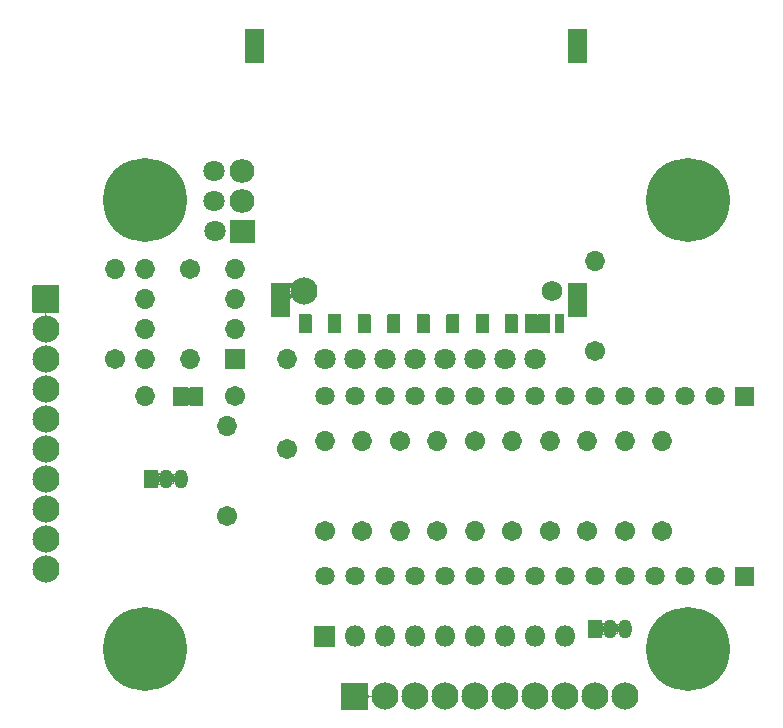
<source format=gts>
G04 #@! TF.GenerationSoftware,KiCad,Pcbnew,(5.1.10)-1*
G04 #@! TF.CreationDate,2021-09-02T16:04:07+02:00*
G04 #@! TF.ProjectId,Motorrumsstyrning,4d6f746f-7272-4756-9d73-737479726e69,rev?*
G04 #@! TF.SameCoordinates,Original*
G04 #@! TF.FileFunction,Soldermask,Top*
G04 #@! TF.FilePolarity,Negative*
%FSLAX46Y46*%
G04 Gerber Fmt 4.6, Leading zero omitted, Abs format (unit mm)*
G04 Created by KiCad (PCBNEW (5.1.10)-1) date 2021-09-02 16:04:07*
%MOMM*%
%LPD*%
G01*
G04 APERTURE LIST*
%ADD10O,2.102000X2.007000*%
%ADD11C,1.752000*%
%ADD12C,2.302000*%
%ADD13C,1.632000*%
%ADD14O,1.802000X1.802000*%
%ADD15C,1.802000*%
%ADD16O,1.702000X1.702000*%
%ADD17C,1.702000*%
%ADD18C,0.100000*%
%ADD19O,1.152000X1.602000*%
%ADD20C,7.102000*%
G04 APERTURE END LIST*
D10*
X135255000Y-75565000D03*
X135255000Y-78105000D03*
G36*
G01*
X136255000Y-81648500D02*
X134255000Y-81648500D01*
G75*
G02*
X134204000Y-81597500I0J51000D01*
G01*
X134204000Y-79692500D01*
G75*
G02*
X134255000Y-79641500I51000J0D01*
G01*
X136255000Y-79641500D01*
G75*
G02*
X136306000Y-79692500I0J-51000D01*
G01*
X136306000Y-81597500D01*
G75*
G02*
X136255000Y-81648500I-51000J0D01*
G01*
G37*
G36*
G01*
X143626000Y-87700000D02*
X143626000Y-89200000D01*
G75*
G02*
X143575000Y-89251000I-51000J0D01*
G01*
X142575000Y-89251000D01*
G75*
G02*
X142524000Y-89200000I0J51000D01*
G01*
X142524000Y-87700000D01*
G75*
G02*
X142575000Y-87649000I51000J0D01*
G01*
X143575000Y-87649000D01*
G75*
G02*
X143626000Y-87700000I0J-51000D01*
G01*
G37*
G36*
G01*
X146126000Y-87700000D02*
X146126000Y-89200000D01*
G75*
G02*
X146075000Y-89251000I-51000J0D01*
G01*
X145075000Y-89251000D01*
G75*
G02*
X145024000Y-89200000I0J51000D01*
G01*
X145024000Y-87700000D01*
G75*
G02*
X145075000Y-87649000I51000J0D01*
G01*
X146075000Y-87649000D01*
G75*
G02*
X146126000Y-87700000I0J-51000D01*
G01*
G37*
G36*
G01*
X148626000Y-87700000D02*
X148626000Y-89200000D01*
G75*
G02*
X148575000Y-89251000I-51000J0D01*
G01*
X147575000Y-89251000D01*
G75*
G02*
X147524000Y-89200000I0J51000D01*
G01*
X147524000Y-87700000D01*
G75*
G02*
X147575000Y-87649000I51000J0D01*
G01*
X148575000Y-87649000D01*
G75*
G02*
X148626000Y-87700000I0J-51000D01*
G01*
G37*
G36*
G01*
X151126000Y-87700000D02*
X151126000Y-89200000D01*
G75*
G02*
X151075000Y-89251000I-51000J0D01*
G01*
X150075000Y-89251000D01*
G75*
G02*
X150024000Y-89200000I0J51000D01*
G01*
X150024000Y-87700000D01*
G75*
G02*
X150075000Y-87649000I51000J0D01*
G01*
X151075000Y-87649000D01*
G75*
G02*
X151126000Y-87700000I0J-51000D01*
G01*
G37*
G36*
G01*
X153626000Y-87700000D02*
X153626000Y-89200000D01*
G75*
G02*
X153575000Y-89251000I-51000J0D01*
G01*
X152575000Y-89251000D01*
G75*
G02*
X152524000Y-89200000I0J51000D01*
G01*
X152524000Y-87700000D01*
G75*
G02*
X152575000Y-87649000I51000J0D01*
G01*
X153575000Y-87649000D01*
G75*
G02*
X153626000Y-87700000I0J-51000D01*
G01*
G37*
G36*
G01*
X156126000Y-87700000D02*
X156126000Y-89200000D01*
G75*
G02*
X156075000Y-89251000I-51000J0D01*
G01*
X155075000Y-89251000D01*
G75*
G02*
X155024000Y-89200000I0J51000D01*
G01*
X155024000Y-87700000D01*
G75*
G02*
X155075000Y-87649000I51000J0D01*
G01*
X156075000Y-87649000D01*
G75*
G02*
X156126000Y-87700000I0J-51000D01*
G01*
G37*
G36*
G01*
X158556000Y-87700000D02*
X158556000Y-89200000D01*
G75*
G02*
X158505000Y-89251000I-51000J0D01*
G01*
X157505000Y-89251000D01*
G75*
G02*
X157454000Y-89200000I0J51000D01*
G01*
X157454000Y-87700000D01*
G75*
G02*
X157505000Y-87649000I51000J0D01*
G01*
X158505000Y-87649000D01*
G75*
G02*
X158556000Y-87700000I0J-51000D01*
G01*
G37*
G36*
G01*
X160256000Y-87700000D02*
X160256000Y-89200000D01*
G75*
G02*
X160205000Y-89251000I-51000J0D01*
G01*
X159205000Y-89251000D01*
G75*
G02*
X159154000Y-89200000I0J51000D01*
G01*
X159154000Y-87700000D01*
G75*
G02*
X159205000Y-87649000I51000J0D01*
G01*
X160205000Y-87649000D01*
G75*
G02*
X160256000Y-87700000I0J-51000D01*
G01*
G37*
G36*
G01*
X141126000Y-87700000D02*
X141126000Y-89200000D01*
G75*
G02*
X141075000Y-89251000I-51000J0D01*
G01*
X140075000Y-89251000D01*
G75*
G02*
X140024000Y-89200000I0J51000D01*
G01*
X140024000Y-87700000D01*
G75*
G02*
X140075000Y-87649000I51000J0D01*
G01*
X141075000Y-87649000D01*
G75*
G02*
X141126000Y-87700000I0J-51000D01*
G01*
G37*
G36*
G01*
X161306000Y-87699999D02*
X161306000Y-89200001D01*
G75*
G02*
X161255001Y-89251000I-50999J0D01*
G01*
X160554999Y-89251000D01*
G75*
G02*
X160504000Y-89200001I0J50999D01*
G01*
X160504000Y-87699999D01*
G75*
G02*
X160554999Y-87649000I50999J0D01*
G01*
X161255001Y-87649000D01*
G75*
G02*
X161306000Y-87699999I0J-50999D01*
G01*
G37*
G36*
G01*
X162506000Y-87699999D02*
X162506000Y-89200001D01*
G75*
G02*
X162455001Y-89251000I-50999J0D01*
G01*
X161754999Y-89251000D01*
G75*
G02*
X161704000Y-89200001I0J50999D01*
G01*
X161704000Y-87699999D01*
G75*
G02*
X161754999Y-87649000I50999J0D01*
G01*
X162455001Y-87649000D01*
G75*
G02*
X162506000Y-87699999I0J-50999D01*
G01*
G37*
G36*
G01*
X164401000Y-63550000D02*
X164401000Y-66350000D01*
G75*
G02*
X164350000Y-66401000I-51000J0D01*
G01*
X162850000Y-66401000D01*
G75*
G02*
X162799000Y-66350000I0J51000D01*
G01*
X162799000Y-63550000D01*
G75*
G02*
X162850000Y-63499000I51000J0D01*
G01*
X164350000Y-63499000D01*
G75*
G02*
X164401000Y-63550000I0J-51000D01*
G01*
G37*
G36*
G01*
X137101000Y-63550000D02*
X137101000Y-66350000D01*
G75*
G02*
X137050000Y-66401000I-51000J0D01*
G01*
X135550000Y-66401000D01*
G75*
G02*
X135499000Y-66350000I0J51000D01*
G01*
X135499000Y-63550000D01*
G75*
G02*
X135550000Y-63499000I51000J0D01*
G01*
X137050000Y-63499000D01*
G75*
G02*
X137101000Y-63550000I0J-51000D01*
G01*
G37*
G36*
G01*
X164401000Y-85050000D02*
X164401000Y-87850000D01*
G75*
G02*
X164350000Y-87901000I-51000J0D01*
G01*
X162850000Y-87901000D01*
G75*
G02*
X162799000Y-87850000I0J51000D01*
G01*
X162799000Y-85050000D01*
G75*
G02*
X162850000Y-84999000I51000J0D01*
G01*
X164350000Y-84999000D01*
G75*
G02*
X164401000Y-85050000I0J-51000D01*
G01*
G37*
G36*
G01*
X139301000Y-85050000D02*
X139301000Y-87850000D01*
G75*
G02*
X139250000Y-87901000I-51000J0D01*
G01*
X137750000Y-87901000D01*
G75*
G02*
X137699000Y-87850000I0J51000D01*
G01*
X137699000Y-85050000D01*
G75*
G02*
X137750000Y-84999000I51000J0D01*
G01*
X139250000Y-84999000D01*
G75*
G02*
X139301000Y-85050000I0J-51000D01*
G01*
G37*
D11*
X161450000Y-85650000D03*
D12*
X140450000Y-85650000D03*
D13*
X142240000Y-94615000D03*
X144780000Y-94615000D03*
X147320000Y-94615000D03*
X149860000Y-94615000D03*
X152400000Y-94615000D03*
X154940000Y-94615000D03*
X157480000Y-94615000D03*
X160020000Y-94615000D03*
X162560000Y-94615000D03*
X165100000Y-94615000D03*
X167640000Y-94615000D03*
X170180000Y-94615000D03*
X172720000Y-94615000D03*
X175260000Y-94615000D03*
G36*
G01*
X177035000Y-93799000D02*
X178565000Y-93799000D01*
G75*
G02*
X178616000Y-93850000I0J-51000D01*
G01*
X178616000Y-95380000D01*
G75*
G02*
X178565000Y-95431000I-51000J0D01*
G01*
X177035000Y-95431000D01*
G75*
G02*
X176984000Y-95380000I0J51000D01*
G01*
X176984000Y-93850000D01*
G75*
G02*
X177035000Y-93799000I51000J0D01*
G01*
G37*
X142240000Y-109855000D03*
X144780000Y-109855000D03*
X147320000Y-109855000D03*
X149860000Y-109855000D03*
X152400000Y-109855000D03*
X154940000Y-109855000D03*
X157480000Y-109855000D03*
X160020000Y-109855000D03*
X162560000Y-109855000D03*
X165100000Y-109855000D03*
X167640000Y-109855000D03*
X170180000Y-109855000D03*
X172720000Y-109855000D03*
X175260000Y-109855000D03*
G36*
G01*
X177035000Y-109039000D02*
X178565000Y-109039000D01*
G75*
G02*
X178616000Y-109090000I0J-51000D01*
G01*
X178616000Y-110620000D01*
G75*
G02*
X178565000Y-110671000I-51000J0D01*
G01*
X177035000Y-110671000D01*
G75*
G02*
X176984000Y-110620000I0J51000D01*
G01*
X176984000Y-109090000D01*
G75*
G02*
X177035000Y-109039000I51000J0D01*
G01*
G37*
D14*
X162560000Y-114935000D03*
X160020000Y-114935000D03*
X157480000Y-114935000D03*
X154940000Y-114935000D03*
X152400000Y-114935000D03*
X149860000Y-114935000D03*
X147320000Y-114935000D03*
X144780000Y-114935000D03*
G36*
G01*
X143090000Y-115836000D02*
X141390000Y-115836000D01*
G75*
G02*
X141339000Y-115785000I0J51000D01*
G01*
X141339000Y-114085000D01*
G75*
G02*
X141390000Y-114034000I51000J0D01*
G01*
X143090000Y-114034000D01*
G75*
G02*
X143141000Y-114085000I0J-51000D01*
G01*
X143141000Y-115785000D01*
G75*
G02*
X143090000Y-115836000I-51000J0D01*
G01*
G37*
D15*
X132842000Y-78105000D03*
X132969000Y-80645000D03*
X132842000Y-75565000D03*
D16*
X133985000Y-97155000D03*
D17*
X133985000Y-104775000D03*
D16*
X164465000Y-98425000D03*
D17*
X164465000Y-106045000D03*
D16*
X145415000Y-98425000D03*
D17*
X145415000Y-106045000D03*
D16*
X142240000Y-98425000D03*
D17*
X142240000Y-106045000D03*
D15*
X154940000Y-91440000D03*
X152400000Y-91440000D03*
X144780000Y-91440000D03*
X142240000Y-91440000D03*
X160020000Y-91440000D03*
X157480000Y-91440000D03*
X149860000Y-91440000D03*
X147320000Y-91440000D03*
D16*
X165100000Y-83185000D03*
D17*
X165100000Y-90805000D03*
D16*
X158115000Y-98425000D03*
D17*
X158115000Y-106045000D03*
X139065000Y-99060000D03*
D16*
X139065000Y-91440000D03*
X170815000Y-98425000D03*
D17*
X170815000Y-106045000D03*
D16*
X127000000Y-94615000D03*
D17*
X134620000Y-94615000D03*
D16*
X161290000Y-98425000D03*
D17*
X161290000Y-106045000D03*
D16*
X124460000Y-83820000D03*
D17*
X124460000Y-91440000D03*
D16*
X154940000Y-106045000D03*
D17*
X154940000Y-98425000D03*
D16*
X151765000Y-98425000D03*
D17*
X151765000Y-106045000D03*
D16*
X167640000Y-98425000D03*
D17*
X167640000Y-106045000D03*
D16*
X130810000Y-91440000D03*
D17*
X130810000Y-83820000D03*
D16*
X148590000Y-106045000D03*
D17*
X148590000Y-98425000D03*
D18*
G36*
X130861050Y-95415020D02*
G01*
X130851483Y-95412118D01*
X130842666Y-95407405D01*
X130834938Y-95401062D01*
X130828565Y-95393290D01*
X130328565Y-94643290D01*
X130323862Y-94634468D01*
X130320970Y-94624897D01*
X130320000Y-94614947D01*
X130320990Y-94604998D01*
X130323903Y-94595434D01*
X130328565Y-94586710D01*
X130828565Y-93836710D01*
X130834900Y-93828975D01*
X130842622Y-93822625D01*
X130851434Y-93817903D01*
X130860998Y-93814990D01*
X130871000Y-93814000D01*
X131871000Y-93814000D01*
X131880950Y-93814980D01*
X131890517Y-93817882D01*
X131899334Y-93822595D01*
X131907062Y-93828938D01*
X131913405Y-93836666D01*
X131918118Y-93845483D01*
X131921020Y-93855050D01*
X131922000Y-93865000D01*
X131922000Y-95365000D01*
X131921020Y-95374950D01*
X131918118Y-95384517D01*
X131913405Y-95393334D01*
X131907062Y-95401062D01*
X131899334Y-95407405D01*
X131890517Y-95412118D01*
X131880950Y-95415020D01*
X131871000Y-95416000D01*
X130871000Y-95416000D01*
X130861050Y-95415020D01*
G37*
G36*
X129411050Y-95415020D02*
G01*
X129401483Y-95412118D01*
X129392666Y-95407405D01*
X129384938Y-95401062D01*
X129378595Y-95393334D01*
X129373882Y-95384517D01*
X129370980Y-95374950D01*
X129370000Y-95365000D01*
X129370000Y-93865000D01*
X129370980Y-93855050D01*
X129373882Y-93845483D01*
X129378595Y-93836666D01*
X129384938Y-93828938D01*
X129392666Y-93822595D01*
X129401483Y-93817882D01*
X129411050Y-93814980D01*
X129421000Y-93814000D01*
X130571000Y-93814000D01*
X130580950Y-93814980D01*
X130590517Y-93817882D01*
X130599334Y-93822595D01*
X130607062Y-93828938D01*
X130613405Y-93836666D01*
X130618118Y-93845483D01*
X130621020Y-93855050D01*
X130622000Y-93865000D01*
X130621020Y-93874950D01*
X130618118Y-93884517D01*
X130613435Y-93893290D01*
X130132295Y-94615000D01*
X130613435Y-95336710D01*
X130618138Y-95345532D01*
X130621030Y-95355103D01*
X130622000Y-95365053D01*
X130621010Y-95375002D01*
X130618097Y-95384566D01*
X130613375Y-95393378D01*
X130607025Y-95401100D01*
X130599290Y-95407435D01*
X130590468Y-95412138D01*
X130580897Y-95415030D01*
X130571000Y-95416000D01*
X129421000Y-95416000D01*
X129411050Y-95415020D01*
G37*
G36*
G01*
X143629000Y-121115000D02*
X143629000Y-118915000D01*
G75*
G02*
X143680000Y-118864000I51000J0D01*
G01*
X145880000Y-118864000D01*
G75*
G02*
X145931000Y-118915000I0J-51000D01*
G01*
X145931000Y-121115000D01*
G75*
G02*
X145880000Y-121166000I-51000J0D01*
G01*
X143680000Y-121166000D01*
G75*
G02*
X143629000Y-121115000I0J51000D01*
G01*
G37*
D12*
X147320000Y-120015000D03*
X149860000Y-120015000D03*
X152400000Y-120015000D03*
X154940000Y-120015000D03*
X157480000Y-120015000D03*
X160020000Y-120015000D03*
X162560000Y-120015000D03*
X165100000Y-120015000D03*
X167640000Y-120015000D03*
G36*
G01*
X117518000Y-85209000D02*
X119718000Y-85209000D01*
G75*
G02*
X119769000Y-85260000I0J-51000D01*
G01*
X119769000Y-87460000D01*
G75*
G02*
X119718000Y-87511000I-51000J0D01*
G01*
X117518000Y-87511000D01*
G75*
G02*
X117467000Y-87460000I0J51000D01*
G01*
X117467000Y-85260000D01*
G75*
G02*
X117518000Y-85209000I51000J0D01*
G01*
G37*
X118618000Y-88900000D03*
X118618000Y-91440000D03*
X118618000Y-93980000D03*
X118618000Y-96520000D03*
X118618000Y-99060000D03*
X118618000Y-101600000D03*
X118618000Y-104140000D03*
X118618000Y-106680000D03*
X118618000Y-109220000D03*
D16*
X127000000Y-91440000D03*
X134620000Y-83820000D03*
X127000000Y-88900000D03*
X134620000Y-86360000D03*
X127000000Y-86360000D03*
X134620000Y-88900000D03*
X127000000Y-83820000D03*
G36*
G01*
X135471000Y-90640000D02*
X135471000Y-92240000D01*
G75*
G02*
X135420000Y-92291000I-51000J0D01*
G01*
X133820000Y-92291000D01*
G75*
G02*
X133769000Y-92240000I0J51000D01*
G01*
X133769000Y-90640000D01*
G75*
G02*
X133820000Y-90589000I51000J0D01*
G01*
X135420000Y-90589000D01*
G75*
G02*
X135471000Y-90640000I0J-51000D01*
G01*
G37*
G36*
G01*
X126932000Y-102350000D02*
X126932000Y-100850000D01*
G75*
G02*
X126983000Y-100799000I51000J0D01*
G01*
X128033000Y-100799000D01*
G75*
G02*
X128084000Y-100850000I0J-51000D01*
G01*
X128084000Y-102350000D01*
G75*
G02*
X128033000Y-102401000I-51000J0D01*
G01*
X126983000Y-102401000D01*
G75*
G02*
X126932000Y-102350000I0J51000D01*
G01*
G37*
D19*
X130048000Y-101600000D03*
X128778000Y-101600000D03*
G36*
G01*
X164524000Y-115050000D02*
X164524000Y-113550000D01*
G75*
G02*
X164575000Y-113499000I51000J0D01*
G01*
X165625000Y-113499000D01*
G75*
G02*
X165676000Y-113550000I0J-51000D01*
G01*
X165676000Y-115050000D01*
G75*
G02*
X165625000Y-115101000I-51000J0D01*
G01*
X164575000Y-115101000D01*
G75*
G02*
X164524000Y-115050000I0J51000D01*
G01*
G37*
X167640000Y-114300000D03*
X166370000Y-114300000D03*
D20*
X173000000Y-116000000D03*
X173000000Y-78000000D03*
X127000000Y-116000000D03*
X127000000Y-78000000D03*
D18*
G36*
X145932990Y-119860304D02*
G01*
X145935372Y-119884491D01*
X145942372Y-119907566D01*
X145953737Y-119928830D01*
X145969032Y-119947467D01*
X145987669Y-119962762D01*
X146008933Y-119974127D01*
X146032008Y-119981127D01*
X146055999Y-119983490D01*
X146079990Y-119981127D01*
X146103065Y-119974127D01*
X146124329Y-119962762D01*
X146142966Y-119947467D01*
X146158261Y-119928830D01*
X146169626Y-119907566D01*
X146174900Y-119890181D01*
X146176360Y-119888814D01*
X146178274Y-119889395D01*
X146178776Y-119891152D01*
X146176542Y-119902381D01*
X146176542Y-120127619D01*
X146178776Y-120138848D01*
X146178133Y-120140742D01*
X146176171Y-120141132D01*
X146174900Y-120139819D01*
X146169626Y-120122434D01*
X146158261Y-120101170D01*
X146142966Y-120082533D01*
X146124329Y-120067238D01*
X146103065Y-120055873D01*
X146079990Y-120048873D01*
X146055999Y-120046510D01*
X146032008Y-120048873D01*
X146008933Y-120055873D01*
X145987669Y-120067238D01*
X145969032Y-120082533D01*
X145953737Y-120101170D01*
X145942372Y-120122434D01*
X145935372Y-120145509D01*
X145932990Y-120169696D01*
X145931825Y-120171322D01*
X145929835Y-120171126D01*
X145929000Y-120169500D01*
X145929000Y-119860500D01*
X145930000Y-119858768D01*
X145932000Y-119858768D01*
X145932990Y-119860304D01*
G37*
G36*
X165677990Y-113668465D02*
G01*
X165680372Y-113692652D01*
X165687372Y-113715727D01*
X165698737Y-113736991D01*
X165714032Y-113755628D01*
X165732669Y-113770923D01*
X165753933Y-113782288D01*
X165777008Y-113789288D01*
X165800999Y-113791651D01*
X165824990Y-113789288D01*
X165848065Y-113782288D01*
X165869329Y-113770923D01*
X165888005Y-113755596D01*
X165889339Y-113754124D01*
X165891243Y-113753512D01*
X165892725Y-113754855D01*
X165892585Y-113756410D01*
X165839702Y-113855344D01*
X165807038Y-113963024D01*
X165796000Y-114075094D01*
X165796000Y-114524906D01*
X165807038Y-114636977D01*
X165839702Y-114744657D01*
X165892746Y-114843892D01*
X165894836Y-114846438D01*
X165895162Y-114848412D01*
X165893616Y-114849680D01*
X165891876Y-114849121D01*
X165879023Y-114836268D01*
X165858976Y-114822873D01*
X165836702Y-114813647D01*
X165813051Y-114808943D01*
X165788945Y-114808943D01*
X165765295Y-114813648D01*
X165743021Y-114822874D01*
X165722974Y-114836269D01*
X165705927Y-114853316D01*
X165692532Y-114873363D01*
X165683323Y-114895594D01*
X165677978Y-114931633D01*
X165676735Y-114933200D01*
X165674757Y-114932907D01*
X165674000Y-114931340D01*
X165674000Y-113668661D01*
X165675000Y-113666929D01*
X165677000Y-113666929D01*
X165677990Y-113668465D01*
G37*
G36*
X167113621Y-113846240D02*
G01*
X167113591Y-113848068D01*
X167109702Y-113855344D01*
X167077038Y-113963024D01*
X167066000Y-114075094D01*
X167066000Y-114524906D01*
X167077038Y-114636977D01*
X167109702Y-114744657D01*
X167113591Y-114751933D01*
X167113525Y-114753932D01*
X167111762Y-114754875D01*
X167110164Y-114753987D01*
X167100071Y-114738882D01*
X167083024Y-114721835D01*
X167062976Y-114708440D01*
X167040702Y-114699214D01*
X167017052Y-114694510D01*
X166992946Y-114694510D01*
X166969296Y-114699215D01*
X166947022Y-114708441D01*
X166926975Y-114721836D01*
X166909928Y-114738883D01*
X166899836Y-114753987D01*
X166898042Y-114754872D01*
X166896379Y-114753761D01*
X166896409Y-114751933D01*
X166900298Y-114744657D01*
X166932962Y-114636977D01*
X166944000Y-114524905D01*
X166944000Y-114075094D01*
X166932962Y-113963023D01*
X166900298Y-113855343D01*
X166896411Y-113848072D01*
X166896477Y-113846073D01*
X166898240Y-113845130D01*
X166899838Y-113846018D01*
X166909929Y-113861119D01*
X166926976Y-113878166D01*
X166947023Y-113891561D01*
X166969297Y-113900787D01*
X166992947Y-113905491D01*
X167017054Y-113905491D01*
X167040704Y-113900786D01*
X167062978Y-113891560D01*
X167083025Y-113878165D01*
X167100072Y-113861118D01*
X167110164Y-113846014D01*
X167111958Y-113845129D01*
X167113621Y-113846240D01*
G37*
G36*
X128085990Y-100968465D02*
G01*
X128088372Y-100992652D01*
X128095372Y-101015727D01*
X128106737Y-101036991D01*
X128122032Y-101055628D01*
X128140669Y-101070923D01*
X128161933Y-101082288D01*
X128185008Y-101089288D01*
X128208999Y-101091651D01*
X128232990Y-101089288D01*
X128256065Y-101082288D01*
X128277329Y-101070923D01*
X128296005Y-101055596D01*
X128297339Y-101054124D01*
X128299243Y-101053512D01*
X128300725Y-101054855D01*
X128300585Y-101056410D01*
X128247702Y-101155344D01*
X128215038Y-101263024D01*
X128204000Y-101375094D01*
X128204000Y-101824906D01*
X128215038Y-101936977D01*
X128247702Y-102044657D01*
X128300746Y-102143892D01*
X128302836Y-102146438D01*
X128303162Y-102148412D01*
X128301616Y-102149680D01*
X128299876Y-102149121D01*
X128287023Y-102136268D01*
X128266976Y-102122873D01*
X128244702Y-102113647D01*
X128221051Y-102108943D01*
X128196945Y-102108943D01*
X128173295Y-102113648D01*
X128151021Y-102122874D01*
X128130974Y-102136269D01*
X128113927Y-102153316D01*
X128100532Y-102173363D01*
X128091323Y-102195594D01*
X128085978Y-102231633D01*
X128084735Y-102233200D01*
X128082757Y-102232907D01*
X128082000Y-102231340D01*
X128082000Y-100968661D01*
X128083000Y-100966929D01*
X128085000Y-100966929D01*
X128085990Y-100968465D01*
G37*
G36*
X129521621Y-101146240D02*
G01*
X129521591Y-101148068D01*
X129517702Y-101155344D01*
X129485038Y-101263024D01*
X129474000Y-101375094D01*
X129474000Y-101824906D01*
X129485038Y-101936977D01*
X129517702Y-102044657D01*
X129521591Y-102051933D01*
X129521525Y-102053932D01*
X129519762Y-102054875D01*
X129518164Y-102053987D01*
X129508071Y-102038882D01*
X129491024Y-102021835D01*
X129470976Y-102008440D01*
X129448702Y-101999214D01*
X129425052Y-101994510D01*
X129400946Y-101994510D01*
X129377296Y-101999215D01*
X129355022Y-102008441D01*
X129334975Y-102021836D01*
X129317928Y-102038883D01*
X129307836Y-102053987D01*
X129306042Y-102054872D01*
X129304379Y-102053761D01*
X129304409Y-102051933D01*
X129308298Y-102044657D01*
X129340962Y-101936977D01*
X129352000Y-101824905D01*
X129352000Y-101375094D01*
X129340962Y-101263023D01*
X129308298Y-101155343D01*
X129304411Y-101148072D01*
X129304477Y-101146073D01*
X129306240Y-101145130D01*
X129307838Y-101146018D01*
X129317929Y-101161119D01*
X129334976Y-101178166D01*
X129355023Y-101191561D01*
X129377297Y-101200787D01*
X129400947Y-101205491D01*
X129425054Y-101205491D01*
X129448704Y-101200786D01*
X129470978Y-101191560D01*
X129491025Y-101178165D01*
X129508072Y-101161118D01*
X129518164Y-101146014D01*
X129519958Y-101145129D01*
X129521621Y-101146240D01*
G37*
G36*
X130616406Y-93838120D02*
G01*
X130617875Y-93839909D01*
X130617992Y-93840067D01*
X130625526Y-93851343D01*
X130642574Y-93868389D01*
X130662621Y-93881784D01*
X130684895Y-93891010D01*
X130708545Y-93895714D01*
X130732651Y-93895714D01*
X130756302Y-93891009D01*
X130778575Y-93881783D01*
X130798623Y-93868388D01*
X130815702Y-93851307D01*
X130822993Y-93841467D01*
X130824828Y-93840671D01*
X130826435Y-93841862D01*
X130826264Y-93843767D01*
X130330286Y-94587734D01*
X130325759Y-94596206D01*
X130322960Y-94605392D01*
X130322010Y-94614946D01*
X130322942Y-94624507D01*
X130325720Y-94633702D01*
X130330286Y-94642267D01*
X130826259Y-95386226D01*
X130826388Y-95388221D01*
X130824724Y-95389331D01*
X130823048Y-95388602D01*
X130807649Y-95369798D01*
X130789027Y-95354483D01*
X130767773Y-95343093D01*
X130744710Y-95336070D01*
X130720722Y-95333683D01*
X130696718Y-95336021D01*
X130673646Y-95342994D01*
X130652365Y-95354341D01*
X130633753Y-95369582D01*
X130622421Y-95384829D01*
X130622104Y-95384966D01*
X130616377Y-95391929D01*
X130614504Y-95392632D01*
X130612959Y-95391362D01*
X130613069Y-95389714D01*
X130616242Y-95383793D01*
X130619040Y-95374608D01*
X130619990Y-95365053D01*
X130619058Y-95355493D01*
X130616280Y-95346298D01*
X130611714Y-95337733D01*
X130130631Y-94616109D01*
X130130631Y-94613891D01*
X130611717Y-93892263D01*
X130616260Y-93883751D01*
X130619050Y-93874555D01*
X130619991Y-93865000D01*
X130619050Y-93855445D01*
X130616261Y-93846252D01*
X130613096Y-93840332D01*
X130613162Y-93838333D01*
X130614925Y-93837390D01*
X130616406Y-93838120D01*
G37*
G36*
X160505732Y-87648000D02*
G01*
X160506000Y-87649000D01*
X160506000Y-89251000D01*
X160505000Y-89252732D01*
X160504000Y-89253000D01*
X160256000Y-89253000D01*
X160254268Y-89252000D01*
X160254000Y-89251000D01*
X160254000Y-87649000D01*
X160255000Y-87647268D01*
X160256000Y-87647000D01*
X160504000Y-87647000D01*
X160505732Y-87648000D01*
G37*
G36*
X118774232Y-87510000D02*
G01*
X118774232Y-87512000D01*
X118772696Y-87512990D01*
X118748509Y-87515372D01*
X118725434Y-87522372D01*
X118704170Y-87533737D01*
X118685533Y-87549032D01*
X118670238Y-87567669D01*
X118658873Y-87588933D01*
X118651873Y-87612008D01*
X118649510Y-87635999D01*
X118651873Y-87659990D01*
X118658873Y-87683065D01*
X118670238Y-87704329D01*
X118685533Y-87722966D01*
X118704170Y-87738261D01*
X118725434Y-87749626D01*
X118742819Y-87754900D01*
X118744186Y-87756360D01*
X118743605Y-87758274D01*
X118741848Y-87758776D01*
X118730619Y-87756542D01*
X118505381Y-87756542D01*
X118494152Y-87758776D01*
X118492258Y-87758133D01*
X118491868Y-87756171D01*
X118493181Y-87754900D01*
X118510566Y-87749626D01*
X118531830Y-87738261D01*
X118550467Y-87722966D01*
X118565762Y-87704329D01*
X118577127Y-87683065D01*
X118584127Y-87659990D01*
X118586490Y-87635999D01*
X118584127Y-87612008D01*
X118577127Y-87588933D01*
X118565762Y-87567669D01*
X118550467Y-87549032D01*
X118531830Y-87533737D01*
X118510566Y-87522372D01*
X118487491Y-87515372D01*
X118463304Y-87512990D01*
X118461678Y-87511825D01*
X118461874Y-87509835D01*
X118463500Y-87509000D01*
X118772500Y-87509000D01*
X118774232Y-87510000D01*
G37*
G36*
X139527908Y-84970335D02*
G01*
X139527699Y-84972151D01*
X139436682Y-85108369D01*
X139350486Y-85316464D01*
X139306542Y-85537381D01*
X139306542Y-85762619D01*
X139350486Y-85983536D01*
X139436682Y-86191631D01*
X139527700Y-86327851D01*
X139527831Y-86329847D01*
X139526168Y-86330958D01*
X139524491Y-86330231D01*
X139512965Y-86316186D01*
X139494329Y-86300891D01*
X139473065Y-86289526D01*
X139449990Y-86282526D01*
X139425999Y-86280163D01*
X139402008Y-86282526D01*
X139378933Y-86289526D01*
X139357669Y-86300891D01*
X139339032Y-86316187D01*
X139323737Y-86334823D01*
X139312372Y-86356087D01*
X139305372Y-86379162D01*
X139302990Y-86403349D01*
X139301825Y-86404975D01*
X139299835Y-86404779D01*
X139299000Y-86403153D01*
X139299000Y-84999000D01*
X139300000Y-84997268D01*
X139301000Y-84997000D01*
X139354384Y-84997000D01*
X139355653Y-84997454D01*
X139357669Y-84999109D01*
X139378933Y-85010474D01*
X139402008Y-85017474D01*
X139425999Y-85019837D01*
X139449990Y-85017474D01*
X139473065Y-85010474D01*
X139494329Y-84999109D01*
X139512966Y-84983814D01*
X139524490Y-84969771D01*
X139526362Y-84969067D01*
X139527908Y-84970335D01*
G37*
M02*

</source>
